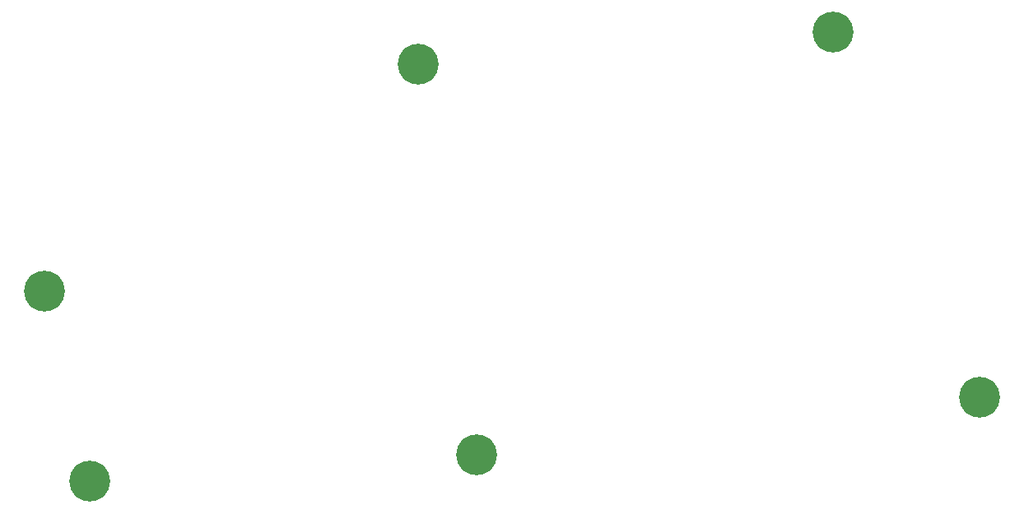
<source format=gbs>
%TF.GenerationSoftware,KiCad,Pcbnew,(6.0.0-0)*%
%TF.CreationDate,2022-02-08T20:13:20+07:00*%
%TF.ProjectId,PCB Bottom,50434220-426f-4747-946f-6d2e6b696361,rev?*%
%TF.SameCoordinates,Original*%
%TF.FileFunction,Soldermask,Bot*%
%TF.FilePolarity,Negative*%
%FSLAX46Y46*%
G04 Gerber Fmt 4.6, Leading zero omitted, Abs format (unit mm)*
G04 Created by KiCad (PCBNEW (6.0.0-0)) date 2022-02-08 20:13:20*
%MOMM*%
%LPD*%
G01*
G04 APERTURE LIST*
%ADD10C,4.200000*%
G04 APERTURE END LIST*
D10*
%TO.C,*%
X83007200Y-81280000D03*
%TD*%
%TO.C,*%
X43241594Y-84021403D03*
%TD*%
%TO.C,REF\u002A\u002A*%
X38608000Y-64414400D03*
%TD*%
%TO.C,*%
X134771541Y-75397056D03*
%TD*%
%TO.C,*%
X119695594Y-37793403D03*
%TD*%
%TO.C,*%
X76972794Y-41095403D03*
%TD*%
M02*

</source>
